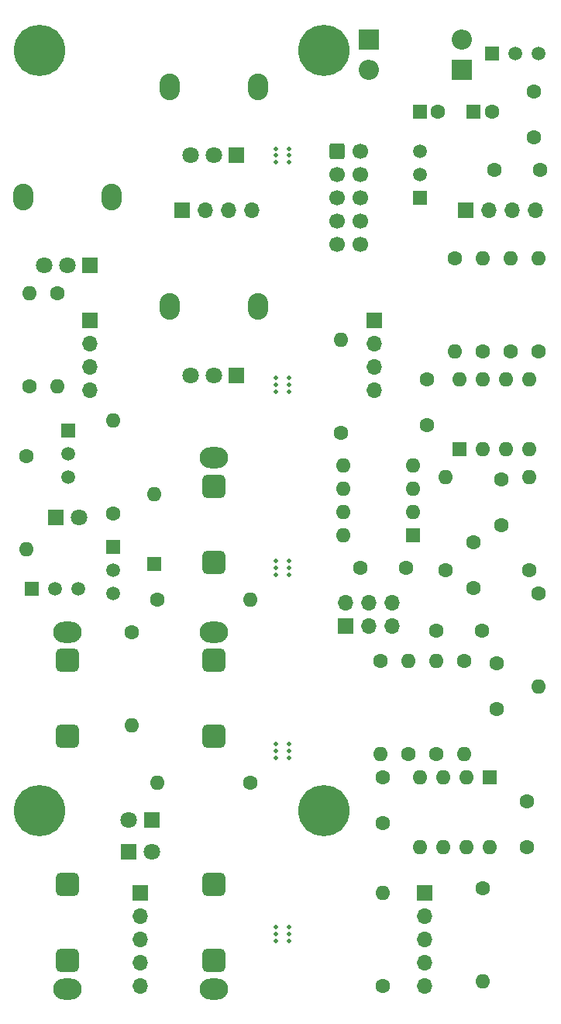
<source format=gbs>
%TF.GenerationSoftware,KiCad,Pcbnew,7.0.2-0*%
%TF.CreationDate,2023-07-19T20:31:15+01:00*%
%TF.ProjectId,attiny-modulator,61747469-6e79-42d6-9d6f-64756c61746f,rev02*%
%TF.SameCoordinates,Original*%
%TF.FileFunction,Soldermask,Bot*%
%TF.FilePolarity,Negative*%
%FSLAX46Y46*%
G04 Gerber Fmt 4.6, Leading zero omitted, Abs format (unit mm)*
G04 Created by KiCad (PCBNEW 7.0.2-0) date 2023-07-19 20:31:15*
%MOMM*%
%LPD*%
G01*
G04 APERTURE LIST*
G04 Aperture macros list*
%AMRoundRect*
0 Rectangle with rounded corners*
0 $1 Rounding radius*
0 $2 $3 $4 $5 $6 $7 $8 $9 X,Y pos of 4 corners*
0 Add a 4 corners polygon primitive as box body*
4,1,4,$2,$3,$4,$5,$6,$7,$8,$9,$2,$3,0*
0 Add four circle primitives for the rounded corners*
1,1,$1+$1,$2,$3*
1,1,$1+$1,$4,$5*
1,1,$1+$1,$6,$7*
1,1,$1+$1,$8,$9*
0 Add four rect primitives between the rounded corners*
20,1,$1+$1,$2,$3,$4,$5,0*
20,1,$1+$1,$4,$5,$6,$7,0*
20,1,$1+$1,$6,$7,$8,$9,0*
20,1,$1+$1,$8,$9,$2,$3,0*%
G04 Aperture macros list end*
%ADD10C,1.600000*%
%ADD11O,1.600000X1.600000*%
%ADD12C,0.500000*%
%ADD13R,1.600000X1.600000*%
%ADD14R,1.700000X1.700000*%
%ADD15O,1.700000X1.700000*%
%ADD16C,5.600000*%
%ADD17R,1.500000X1.500000*%
%ADD18C,1.500000*%
%ADD19R,2.200000X2.200000*%
%ADD20O,2.200000X2.200000*%
%ADD21RoundRect,0.250000X-0.600000X-0.600000X0.600000X-0.600000X0.600000X0.600000X-0.600000X0.600000X0*%
%ADD22C,1.700000*%
%ADD23O,3.100000X2.300000*%
%ADD24RoundRect,0.650000X0.650000X0.650000X-0.650000X0.650000X-0.650000X-0.650000X0.650000X-0.650000X0*%
%ADD25R,1.800000X1.800000*%
%ADD26C,1.800000*%
%ADD27O,2.200000X2.900000*%
%ADD28RoundRect,0.650000X-0.650000X-0.650000X0.650000X-0.650000X0.650000X0.650000X-0.650000X0.650000X0*%
G04 APERTURE END LIST*
D10*
%TO.C,R19*%
X113500000Y-117000000D03*
D11*
X113500000Y-127160000D03*
%TD*%
D10*
%TO.C,C7*%
X156718000Y-140462000D03*
X156718000Y-135462000D03*
%TD*%
%TO.C,R23*%
X102362000Y-90170000D03*
D11*
X102362000Y-80010000D03*
%TD*%
D10*
%TO.C,R4*%
X157988000Y-86360000D03*
D11*
X157988000Y-76200000D03*
%TD*%
D10*
%TO.C,R12*%
X146812000Y-130302000D03*
D11*
X146812000Y-120142000D03*
%TD*%
D10*
%TO.C,R7*%
X147828000Y-110236000D03*
D11*
X147828000Y-100076000D03*
%TD*%
D10*
%TO.C,R2*%
X136398000Y-95250000D03*
D11*
X136398000Y-85090000D03*
%TD*%
D10*
%TO.C,R9*%
X149860000Y-120142000D03*
D11*
X149860000Y-130302000D03*
%TD*%
D10*
%TO.C,R17*%
X126500000Y-133500000D03*
D11*
X116340000Y-133500000D03*
%TD*%
D12*
%TO.C,mouse-bite-2mm-slot*%
X129250000Y-90750000D03*
X130750000Y-90750000D03*
X129250000Y-90000000D03*
X130750000Y-90000000D03*
X129250000Y-89250000D03*
X130750000Y-89250000D03*
%TD*%
D10*
%TO.C,C12*%
X151812000Y-116840000D03*
X146812000Y-116840000D03*
%TD*%
D13*
%TO.C,D6*%
X116000000Y-109620000D03*
D11*
X116000000Y-102000000D03*
%TD*%
D12*
%TO.C,mouse-bite-2mm-slot*%
X129250000Y-110750000D03*
X130750000Y-110750000D03*
X129250000Y-110000000D03*
X130750000Y-110000000D03*
X129250000Y-109250000D03*
X130750000Y-109250000D03*
%TD*%
D10*
%TO.C,R20*%
X102000000Y-97840000D03*
D11*
X102000000Y-108000000D03*
%TD*%
D10*
%TO.C,C6*%
X145796000Y-89408000D03*
X145796000Y-94408000D03*
%TD*%
D13*
%TO.C,U2*%
X149352000Y-97028000D03*
D11*
X151892000Y-97028000D03*
X154432000Y-97028000D03*
X156972000Y-97028000D03*
X156972000Y-89408000D03*
X154432000Y-89408000D03*
X151892000Y-89408000D03*
X149352000Y-89408000D03*
%TD*%
D14*
%TO.C,J10*%
X119000000Y-71000000D03*
D15*
X121540000Y-71000000D03*
X124080000Y-71000000D03*
X126620000Y-71000000D03*
%TD*%
D16*
%TO.C,H3*%
X134500000Y-136500000D03*
%TD*%
D17*
%TO.C,Q3*%
X111506000Y-107696000D03*
D18*
X111506000Y-110236000D03*
X111506000Y-112776000D03*
%TD*%
D10*
%TO.C,C11*%
X153416000Y-125396000D03*
X153416000Y-120396000D03*
%TD*%
D16*
%TO.C,H2*%
X103500000Y-53500000D03*
%TD*%
%TO.C,H1*%
X103500000Y-136500000D03*
%TD*%
D19*
%TO.C,D2*%
X139446000Y-52324000D03*
D20*
X149606000Y-52324000D03*
%TD*%
D13*
%TO.C,C3*%
X145000000Y-60198000D03*
D10*
X147000000Y-60198000D03*
%TD*%
D13*
%TO.C,U6*%
X152654000Y-132842000D03*
D11*
X150114000Y-132842000D03*
X147574000Y-132842000D03*
X145034000Y-132842000D03*
X145034000Y-140462000D03*
X147574000Y-140462000D03*
X150114000Y-140462000D03*
X152654000Y-140462000D03*
%TD*%
D12*
%TO.C,mouse-bite-2mm-slot*%
X129250000Y-150750000D03*
X130750000Y-150750000D03*
X129250000Y-150000000D03*
X130750000Y-150000000D03*
X129250000Y-149250000D03*
X130750000Y-149250000D03*
%TD*%
D13*
%TO.C,C5*%
X150908000Y-60198000D03*
D10*
X152908000Y-60198000D03*
%TD*%
%TO.C,R24*%
X157988000Y-112776000D03*
D11*
X157988000Y-122936000D03*
%TD*%
D10*
%TO.C,R18*%
X116340000Y-113500000D03*
D11*
X126500000Y-113500000D03*
%TD*%
D10*
%TO.C,C2*%
X157500000Y-63000000D03*
X157500000Y-58000000D03*
%TD*%
D17*
%TO.C,Q1*%
X102616000Y-112268000D03*
D18*
X105156000Y-112268000D03*
X107696000Y-112268000D03*
%TD*%
D10*
%TO.C,R5*%
X156972000Y-110236000D03*
D11*
X156972000Y-100076000D03*
%TD*%
D14*
%TO.C,J13*%
X114500000Y-145500000D03*
D15*
X114500000Y-148040000D03*
X114500000Y-150580000D03*
X114500000Y-153120000D03*
X114500000Y-155660000D03*
%TD*%
D10*
%TO.C,C10*%
X138470000Y-109982000D03*
X143470000Y-109982000D03*
%TD*%
D14*
%TO.C,J7*%
X109000000Y-83000000D03*
D15*
X109000000Y-85540000D03*
X109000000Y-88080000D03*
X109000000Y-90620000D03*
%TD*%
D17*
%TO.C,Q2*%
X106574000Y-94996000D03*
D18*
X106574000Y-97536000D03*
X106574000Y-100076000D03*
%TD*%
D12*
%TO.C,mouse-bite-2mm-slot*%
X129250000Y-130750000D03*
X130750000Y-130750000D03*
X129250000Y-130000000D03*
X130750000Y-130000000D03*
X129250000Y-129250000D03*
X130750000Y-129250000D03*
%TD*%
D10*
%TO.C,C9*%
X150876000Y-112228000D03*
X150876000Y-107228000D03*
%TD*%
D16*
%TO.C,H4*%
X134500000Y-53500000D03*
%TD*%
D14*
%TO.C,J6*%
X136906000Y-116332000D03*
D15*
X136906000Y-113792000D03*
X139446000Y-116332000D03*
X139446000Y-113792000D03*
X141986000Y-116332000D03*
X141986000Y-113792000D03*
%TD*%
D21*
%TO.C,J1*%
X135960000Y-64500000D03*
D22*
X138500000Y-64500000D03*
X135960000Y-67040000D03*
X138500000Y-67040000D03*
X135960000Y-69580000D03*
X138500000Y-69580000D03*
X135960000Y-72120000D03*
X138500000Y-72120000D03*
X135960000Y-74660000D03*
X138500000Y-74660000D03*
%TD*%
D10*
%TO.C,C1*%
X153162000Y-66548000D03*
X158162000Y-66548000D03*
%TD*%
%TO.C,R10*%
X143764000Y-130302000D03*
D11*
X143764000Y-120142000D03*
%TD*%
D10*
%TO.C,R21*%
X105410000Y-80010000D03*
D11*
X105410000Y-90170000D03*
%TD*%
D10*
%TO.C,R22*%
X111500000Y-104080000D03*
D11*
X111500000Y-93920000D03*
%TD*%
D19*
%TO.C,D1*%
X149606000Y-55626000D03*
D20*
X139446000Y-55626000D03*
%TD*%
D13*
%TO.C,U1*%
X144262000Y-106416000D03*
D11*
X144262000Y-103876000D03*
X144262000Y-101336000D03*
X144262000Y-98796000D03*
X136642000Y-98796000D03*
X136642000Y-101336000D03*
X136642000Y-103876000D03*
X136642000Y-106416000D03*
%TD*%
D10*
%TO.C,C4*%
X153924000Y-100330000D03*
X153924000Y-105330000D03*
%TD*%
D17*
%TO.C,U5*%
X152908000Y-53848000D03*
D18*
X155448000Y-53848000D03*
X157988000Y-53848000D03*
%TD*%
D10*
%TO.C,C8*%
X140970000Y-137842000D03*
X140970000Y-132842000D03*
%TD*%
D17*
%TO.C,U4*%
X145034000Y-69596000D03*
D18*
X145034000Y-67056000D03*
X145034000Y-64516000D03*
%TD*%
D10*
%TO.C,R25*%
X154940000Y-86360000D03*
D11*
X154940000Y-76200000D03*
%TD*%
D10*
%TO.C,R6*%
X141000000Y-155660000D03*
D11*
X141000000Y-145500000D03*
%TD*%
D10*
%TO.C,R26*%
X151892000Y-86360000D03*
D11*
X151892000Y-76200000D03*
%TD*%
D10*
%TO.C,R11*%
X140716000Y-120142000D03*
D11*
X140716000Y-130302000D03*
%TD*%
D10*
%TO.C,R3*%
X148844000Y-76200000D03*
D11*
X148844000Y-86360000D03*
%TD*%
D12*
%TO.C,mouse-bite-2mm-slot*%
X129250000Y-65750000D03*
X130750000Y-65750000D03*
X129250000Y-65000000D03*
X130750000Y-65000000D03*
X129250000Y-64250000D03*
X130750000Y-64250000D03*
%TD*%
D10*
%TO.C,R1*%
X151892000Y-145000000D03*
D11*
X151892000Y-155160000D03*
%TD*%
D23*
%TO.C,J11*%
X122500000Y-155980000D03*
D24*
X122500000Y-144580000D03*
X122500000Y-152880000D03*
%TD*%
D25*
%TO.C,D5*%
X105225000Y-104500000D03*
D26*
X107765000Y-104500000D03*
%TD*%
D27*
%TO.C,RV2*%
X111300000Y-69500000D03*
X101700000Y-69500000D03*
D25*
X109000000Y-77000000D03*
D26*
X106500000Y-77000000D03*
X104000000Y-77000000D03*
%TD*%
D23*
%TO.C,J5*%
X122500000Y-117020000D03*
D28*
X122500000Y-128420000D03*
X122500000Y-120120000D03*
%TD*%
D14*
%TO.C,J9*%
X150000000Y-71000000D03*
D15*
X152540000Y-71000000D03*
X155080000Y-71000000D03*
X157620000Y-71000000D03*
%TD*%
D23*
%TO.C,J4*%
X106500000Y-155980000D03*
D24*
X106500000Y-144580000D03*
X106500000Y-152880000D03*
%TD*%
D27*
%TO.C,RV3*%
X127300000Y-81500000D03*
X117700000Y-81500000D03*
D25*
X125000000Y-89000000D03*
D26*
X122500000Y-89000000D03*
X120000000Y-89000000D03*
%TD*%
D25*
%TO.C,D3*%
X115775000Y-137500000D03*
D26*
X113235000Y-137500000D03*
%TD*%
D27*
%TO.C,RV1*%
X127300000Y-57500000D03*
X117700000Y-57500000D03*
D25*
X125000000Y-65000000D03*
D26*
X122500000Y-65000000D03*
X120000000Y-65000000D03*
%TD*%
D23*
%TO.C,J3*%
X122500000Y-98020000D03*
D28*
X122500000Y-109420000D03*
X122500000Y-101120000D03*
%TD*%
D25*
%TO.C,D4*%
X113225000Y-141000000D03*
D26*
X115765000Y-141000000D03*
%TD*%
D14*
%TO.C,J12*%
X145500000Y-145500000D03*
D15*
X145500000Y-148040000D03*
X145500000Y-150580000D03*
X145500000Y-153120000D03*
X145500000Y-155660000D03*
%TD*%
D23*
%TO.C,J2*%
X106500000Y-117020000D03*
D28*
X106500000Y-128420000D03*
X106500000Y-120120000D03*
%TD*%
D14*
%TO.C,J8*%
X140000000Y-83000000D03*
D15*
X140000000Y-85540000D03*
X140000000Y-88080000D03*
X140000000Y-90620000D03*
%TD*%
M02*

</source>
